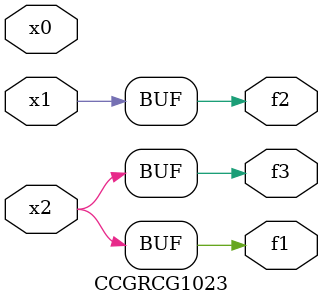
<source format=v>
module CCGRCG1023(
	input x0, x1, x2,
	output f1, f2, f3
);
	assign f1 = x2;
	assign f2 = x1;
	assign f3 = x2;
endmodule

</source>
